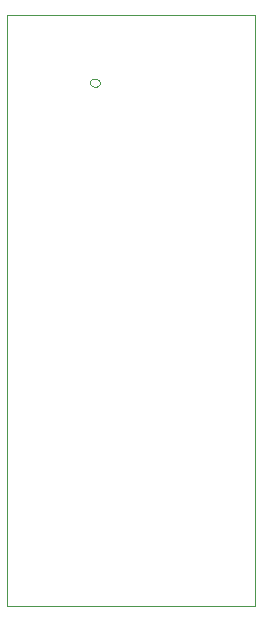
<source format=gbr>
%TF.GenerationSoftware,KiCad,Pcbnew,(5.1.8)-1*%
%TF.CreationDate,2020-12-28T06:59:24-08:00*%
%TF.ProjectId,atmega32u4_dev_board,61746d65-6761-4333-9275-345f6465765f,rev?*%
%TF.SameCoordinates,Original*%
%TF.FileFunction,Profile,NP*%
%FSLAX46Y46*%
G04 Gerber Fmt 4.6, Leading zero omitted, Abs format (unit mm)*
G04 Created by KiCad (PCBNEW (5.1.8)-1) date 2020-12-28 06:59:24*
%MOMM*%
%LPD*%
G01*
G04 APERTURE LIST*
%TA.AperFunction,Profile*%
%ADD10C,0.100000*%
%TD*%
G04 APERTURE END LIST*
D10*
X164000000Y-70000000D02*
X164000000Y-120000000D01*
X143000000Y-70000000D02*
X164000000Y-70000000D01*
X143000000Y-120000000D02*
X143000000Y-70000000D01*
X164000000Y-120000000D02*
X143000000Y-120000000D01*
%TO.C,J6*%
X150625000Y-76075000D02*
X150375000Y-76075000D01*
X150375000Y-75445000D02*
X150625000Y-75445000D01*
X150375000Y-76075000D02*
G75*
G02*
X150060000Y-75760000I0J315000D01*
G01*
X150060000Y-75760000D02*
G75*
G02*
X150375000Y-75445000I315000J0D01*
G01*
X150625000Y-75445000D02*
G75*
G02*
X150940000Y-75760000I0J-315000D01*
G01*
X150940000Y-75760000D02*
G75*
G02*
X150625000Y-76075000I-315000J0D01*
G01*
%TD*%
M02*

</source>
